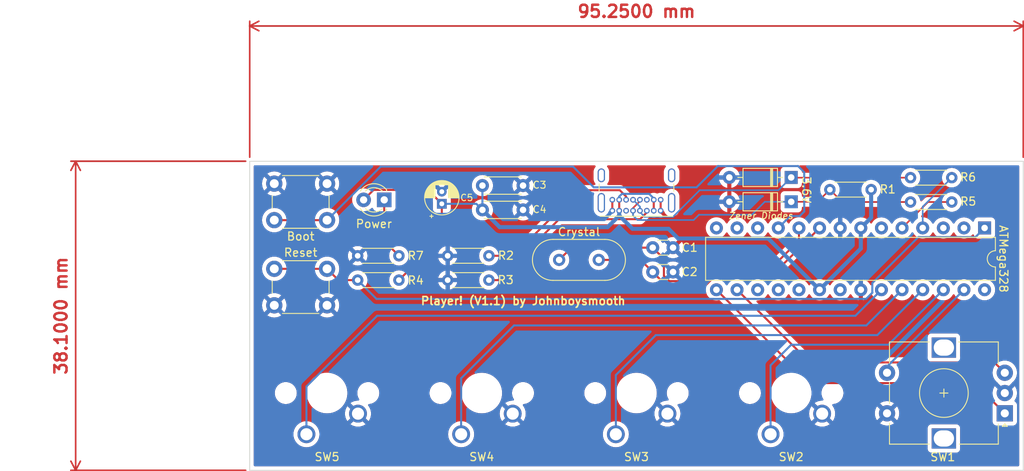
<source format=kicad_pcb>
(kicad_pcb (version 20211014) (generator pcbnew)
  (layers (0 "F.Cu" signal) (31 "B.Cu" signal) (34 "B.Paste" user) (35 "F.Paste" user) (36 "B.SilkS" user "B.Silkscreen") (37 "F.SilkS" user "F.Silkscreen") (38 "B.Mask" user) (39 "F.Mask" user) (44 "Edge.Cuts" user))
  (net 0 "")
  (net 1 "GND")
  (net 2 "+5V")
  (net 5 "/RST")
  (net 6 "D-")
  (net 7 "D+")
  (net 8 "SW1")
  (net 9 "SW2")
  (net 10 "ROTB")
  (net 11 "ROTA")
  (net 12 "SW3")
  (net 13 "SW4")
  (net 23 "SW5")
  (net 25 "/BOOT")
  (net 26 "/XTAL2")
  (net 27 "/XTAL1")
  (net 28 "/DP")
  (net 29 "/DN")
  (net 30 "/CC1")
  (net 31 "/CC2")
  (net 32 "/LED")
  (footprint "Keyboard Stuff:R_Axial_DIN0204_L3.6mm_D1.6mm_P5.08mm_Horizontal" (layer "F.Cu") (at 76.5175 3.5 180)
    (fp_text reference "R1" (at -2.0425 0.04 unlocked) (layer "F.SilkS"))
    (fp_text value "1.5K" hide)
    (fp_line (start 0.62 -0.92) (end 4.46 -0.92) (layer "F.SilkS") (width 0.12))
    (fp_line (start 0.62 0.92) (end 4.46 0.92) (layer "F.SilkS") (width 0.12))
    (pad "1" thru_hole circle (at 0 0 180) (size 1.4 1.4) (drill 0.7) (layers *.Cu *.Mask) (net 2 "+5V"))
    (pad "2" thru_hole oval (at 5.08 0 180) (size 1.4 1.4) (drill 0.7) (layers *.Cu *.Mask) (net 29 "/DN"))
  )
  (footprint "Keyboard Stuff:USB_C_Receptacle_GCT_USB4085" (layer "F.Cu") (at 50.6 6.1 180)
    (fp_text reference "J1" hide)
    (fp_text value "USB4085-GF-A_REVA4" hide)
    (fp_line (start 7.57 2.4) (end 7.57 3.3) (layer "F.SilkS") (width 0.12))
    (fp_line (start -1.5 -0.68) (end 7.45 -0.68) (layer "F.SilkS") (width 0.12))
    (fp_line (start -1.62 2.4) (end -1.62 3.3) (layer "F.SilkS") (width 0.12))
    (pad "A1" thru_hole circle (at 0 0 180) (size 0.7 0.7) (drill 0.4) (layers *.Cu *.Mask) (net 1 "GND"))
    (pad "A4" thru_hole circle (at 0.85 0 180) (size 0.7 0.7) (drill 0.4) (layers *.Cu *.Mask) (net 2 "+5V"))
    (pad "A5" thru_hole circle (at 1.7 0 180) (size 0.7 0.7) (drill 0.4) (layers *.Cu *.Mask) (net 30 "/CC1"))
    (pad "A6" thru_hole circle (at 2.55 0 180) (size 0.7 0.7) (drill 0.4) (layers *.Cu *.Mask) (net 28 "/DP"))
    (pad "A7" thru_hole circle (at 3.4 0 180) (size 0.7 0.7) (drill 0.4) (layers *.Cu *.Mask) (net 29 "/DN"))
    (pad "A8" thru_hole circle (at 4.25 0 180) (size 0.7 0.7) (drill 0.4) (layers *.Cu *.Mask))
    (pad "A9" thru_hole circle (at 5.1 0 180) (size 0.7 0.7) (drill 0.4) (layers *.Cu *.Mask) (net 2 "+5V"))
    (pad "A12" thru_hole circle (at 5.95 0 180) (size 0.7 0.7) (drill 0.4) (layers *.Cu *.Mask) (net 1 "GND"))
    (pad "B1" thru_hole circle (at 5.95 1.35 180) (size 0.7 0.7) (drill 0.4) (layers *.Cu *.Mask) (net 1 "GND"))
    (pad "B4" thru_hole circle (at 5.1 1.35 180) (size 0.7 0.7) (drill 0.4) (layers *.Cu *.Mask) (net 2 "+5V"))
    (pad "B5" thru_hole circle (at 4.25 1.35 180) (size 0.7 0.7) (drill 0.4) (layers *.Cu *.Mask) (net 31 "/CC2"))
    (pad "B6" thru_hole circle (at 3.4 1.35 180) (size 0.7 0.7) (drill 0.4) (layers *.Cu *.Mask) (net 28 "/DP"))
    (pad "B7" thru_hole circle (at 2.55 1.35 180) (size 0.7 0.7) (drill 0.4) (layers *.Cu *.Mask) (net 29 "/DN"))
    (pad "B8" thru_hole circle (at 1.7 1.35 180) (size 0.7 0.7) (drill 0.4) (layers *.Cu *.Mask))
    (pad "B9" thru_hole circle (at 0.85 1.35 180) (size 0.7 0.7) (drill 0.4) (layers *.Cu *.Mask) (net 2 "+5V"))
    (pad "B12" thru_hole circle (at 0 1.35 180) (size 0.7 0.7) (drill 0.4) (layers *.Cu *.Mask) (net 1 "GND"))
    (pad "S1" thru_hole oval (at -1.35 4.36 180) (size 0.9 1.7) (drill oval 0.6 1.4) (layers *.Cu *.Mask))
    (pad "S1" thru_hole oval (at 7.3 4.36 180) (size 0.9 1.7) (drill oval 0.6 1.4) (layers *.Cu *.Mask))
    (pad "S1" thru_hole oval (at 7.3 0.98 180) (size 0.9 2.4) (drill oval 0.6 2.1) (layers *.Cu *.Mask))
    (pad "S1" thru_hole oval (at -1.35 0.98 180) (size 0.9 2.4) (drill oval 0.6 2.1) (layers *.Cu *.Mask))
  )
  (footprint "Resistor_THT:R_Axial_DIN0204_L3.6mm_D1.6mm_P5.08mm_Horizontal" (layer "F.Cu") (at 81.3675 5.0275)
    (fp_text reference "R5" (at 7.1025 -0.0675 unlocked) (layer "F.SilkS"))
    (fp_text value "75" hide)
    (fp_line (start 0.62 0.92) (end 4.46 0.92) (layer "F.SilkS") (width 0.12))
    (fp_line (start 0.62 -0.92) (end 4.46 -0.92) (layer "F.SilkS") (width 0.12))
    (pad "1" thru_hole circle locked (at 0 0) (size 1.4 1.4) (drill 0.7) (layers *.Cu *.Mask) (net 29 "/DN"))
    (pad "2" thru_hole oval locked (at 5.08 0) (size 1.4 1.4) (drill 0.7) (layers *.Cu *.Mask) (net 6 "D-"))
  )
  (footprint "Keyboard Stuff:D_DO-35_SOD27_P7.62mm_Horizontal" (layer "F.Cu") (at 66.675 2 180)
    (fp_text reference "DN1" hide)
    (fp_text value "3.6V" hide)
    (fp_line (start 1.69 -1.12) (end 1.69 1.12) (layer "F.SilkS") (width 0.12))
    (fp_line (start 2.41 -1.12) (end 2.41 1.12) (layer "F.SilkS") (width 0.12))
    (fp_line (start 5.93 1.12) (end 5.93 -1.12) (layer "F.SilkS") (width 0.12))
    (fp_line (start 1.69 1.12) (end 5.93 1.12) (layer "F.SilkS") (width 0.12))
    (fp_line (start 1.04 0) (end 1.69 0) (layer "F.SilkS") (width 0.12))
    (fp_line (start 6.58 0) (end 5.93 0) (layer "F.SilkS") (width 0.12))
    (fp_line (start 5.93 -1.12) (end 1.69 -1.12) (layer "F.SilkS") (width 0.12))
    (fp_line (start 2.29 -1.12) (end 2.29 1.12) (layer "F.SilkS") (width 0.12))
    (fp_line (start 2.53 -1.12) (end 2.53 1.12) (layer "F.SilkS") (width 0.12))
    (pad "1" thru_hole rect (at 0 0 180) (size 1.6 1.6) (drill 0.8) (layers *.Cu *.Mask) (net 28 "/DP"))
    (pad "2" thru_hole oval (at 7.62 0 180) (size 1.6 1.6) (drill 0.8) (layers *.Cu *.Mask) (net 1 "GND"))
  )
  (footprint "Keyboard Stuff:R_Axial_DIN0204_L3.6mm_D1.6mm_P5.08mm_Horizontal" (layer "F.Cu") (at 18.375 14.655 180)
    (fp_text reference "R4" (at -2.065 -0.035 unlocked) (layer "F.SilkS"))
    (fp_text value "10K" hide)
    (fp_line (start 0.62 0.92) (end 4.46 0.92) (layer "F.SilkS") (width 0.12))
    (fp_line (start 0.62 -0.92) (end 4.46 -0.92) (layer "F.SilkS") (width 0.12))
    (pad "1" thru_hole circle locked (at 0 0 180) (size 1.4 1.4) (drill 0.7) (layers *.Cu *.Mask) (net 2 "+5V"))
    (pad "2" thru_hole oval locked (at 5.08 0 180) (size 1.4 1.4) (drill 0.7) (layers *.Cu *.Mask) (net 5 "/RST"))
  )
  (footprint "Keyboard Stuff:Crystal_HC49-4H_Vertical" (layer "F.Cu") (at 38.1 12.1625)
    (fp_text reference "Y1" hide)
    (fp_text value "Crystal" hide)
    (fp_text user "Crystal" (at 2.45 -3.4425 unlocked) (layer "F.SilkS"))
    (fp_line (start -0.76 2.525) (end 5.64 2.525) (layer "F.SilkS") (width 0.12))
    (fp_line (start -0.76 -2.525) (end 5.64 -2.525) (layer "F.SilkS") (width 0.12))
    (fp_arc (start -0.76 2.525) (mid -3.285 0) (end -0.76 -2.525) (layer "F.SilkS") (width 0.12))
    (fp_arc (start 5.64 -2.525) (mid 8.165 0) (end 5.64 2.525) (layer "F.SilkS") (width 0.12))
    (pad "1" thru_hole circle (at 0 0) (size 1.5 1.5) (drill 0.8) (layers *.Cu *.Mask) (net 26 "/XTAL2"))
    (pad "2" thru_hole circle (at 4.88 0) (size 1.5 1.5) (drill 0.8) (layers *.Cu *.Mask) (net 27 "/XTAL1"))
  )
  (footprint "Keyboard Stuff:R_Axial_DIN0204_L3.6mm_D1.6mm_P5.08mm_Horizontal" (layer "F.Cu") (at 81.3675 2.0275)
    (fp_text reference "R6" (at 7.0825 -0.0575 unlocked) (layer "F.SilkS"))
    (fp_text value "75" hide)
    (fp_line (start 0.62 -0.92) (end 4.46 -0.92) (layer "F.SilkS") (width 0.12))
    (fp_line (start 0.62 0.92) (end 4.46 0.92) (layer "F.SilkS") (width 0.12))
    (pad "1" thru_hole circle (at 0 0) (size 1.4 1.4) (drill 0.7) (layers *.Cu *.Mask) (net 28 "/DP"))
    (pad "2" thru_hole oval (at 5.08 0) (size 1.4 1.4) (drill 0.7) (layers *.Cu *.Mask) (net 7 "D+"))
  )
  (footprint "Keyboard Stuff:C_Disc_D4.3mm_W1.9mm_P5.00mm" (layer "F.Cu") (at 28.655 6)
    (fp_text reference "C4" hide)
    (fp_text value "0.1u" hide)
    (fp_text user "${REFERENCE}" (at 7.035 -0.06 unlocked) (layer "F.SilkS") (effects (font (size 0.86 0.86) (thickness 0.129))))
    (fp_line (start 0.23 -1.07) (end 4.77 -1.07) (layer "F.SilkS") (width 0.12))
    (fp_line (start 4.77 -1.07) (end 4.77 -1.055) (layer "F.SilkS") (width 0.12))
    (fp_line (start 4.77 1.055) (end 4.77 1.07) (layer "F.SilkS") (width 0.12))
    (fp_line (start 0.23 1.07) (end 4.77 1.07) (layer "F.SilkS") (width 0.12))
    (fp_line (start 0.23 1.055) (end 0.23 1.07) (layer "F.SilkS") (width 0.12))
    (fp_line (start 0.23 -1.07) (end 0.23 -1.055) (layer "F.SilkS") (width 0.12))
    (pad "1" thru_hole circle (at 0 0) (size 1.6 1.6) (drill 0.8) (layers *.Cu *.Mask) (net 2 "+5V"))
    (pad "2" thru_hole circle (at 5 0) (size 1.6 1.6) (drill 0.8) (layers *.Cu *.Mask) (net 1 "GND"))
  )
  (footprint "Keyboard Stuff:Player! 1u PCB" (layer "F.Cu") (at 26.035 33.655 180)
    (fp_text reference "SW4" hide)
    (fp_text value "SW_Push" hide)
    (fp_text user "${REFERENCE}" (at -2.54 -2.794 unlocked) (layer "F.SilkS"))
    (pad "" np_thru_hole circle (at 2.54 5.08 180) (size 1.7 1.7) (drill 1.7) (layers *.Cu *.Mask))
    (pad "" np_thru_hole circle (at -7.62 5.08 180) (size 1.7 1.7) (drill 1.7) (layers *.Cu *.Mask))
    (pad "" np_thru_hole circle (at -2.54 5.08 180) (size 4 4) (drill 4) (layers *.Cu *.Mask))
    (pad "1" thru_hole circle (at 0 0 180) (size 2.2 2.2) (drill 1.5) (layers *.Cu *.Mask) (net 13 "SW4"))
    (pad "2" thru_hole circle (at -6.35 2.54 180) (size 2.2 2.2) (drill 1.5) (layers *.Cu *.Mask) (net 1 "GND"))
  )
  (footprint "Keyboard Stuff:SW_PUSH_6mm" (layer "F.Cu") (at 9.525 7.2625 180)
    (fp_text reference "Boot" (at 3.25 -2 unlocked) (layer "F.SilkS"))
    (fp_text value "BOOT" hide)
    (fp_line (start -0.25 1.5) (end -0.25 3) (layer "F.SilkS") (width 0.12))
    (fp_line (start 6.75 3) (end 6.75 1.5) (layer "F.SilkS") (width 0.12))
    (fp_line (start 5.5 -1) (end 1 -1) (layer "F.SilkS") (width 0.12))
    (fp_line (start 1 5.5) (end 5.5 5.5) (layer "F.SilkS") (width 0.12))
    (pad "1" thru_hole circle (at 6.5 0 270) (size 2 2) (drill 1.1) (layers *.Cu *.Mask) (net 25 "/BOOT"))
    (pad "1" thru_hole circle (at 0 0 270) (size 2 2) (drill 1.1) (layers *.Cu *.Mask) (net 25 "/BOOT"))
    (pad "2" thru_hole circle (at 0 4.5 270) (size 2 2) (drill 1.1) (layers *.Cu *.Mask) (net 1 "GND"))
    (pad "2" thru_hole circle (at 6.5 4.5 270) (size 2 2) (drill 1.1) (layers *.Cu *.Mask) (net 1 "GND"))
  )
  (footprint "Keyboard Stuff:CP_Radial_D4.0mm_P1.50mm" (layer "F.Cu") (at 23.655 5.25 90)
    (fp_text reference "C5" hide)
    (fp_text value "4.7u" hide)
    (fp_text user "${REFERENCE}" (at 0.75 3.065 unlocked) (layer "F.SilkS") (effects (font (size 0.8 0.8) (thickness 0.12))))
    (fp_line (start 2.071 -1.619) (end 2.071 -0.84) (layer "F.SilkS") (width 0.12))
    (fp_line (start 2.231 0.84) (end 2.231 1.478) (layer "F.SilkS") (width 0.12))
    (fp_line (start 1.711 -1.851) (end 1.711 -0.84) (layer "F.SilkS") (width 0.12))
    (fp_line (start 2.271 -1.438) (end 2.271 -0.84) (layer "F.SilkS") (width 0.12))
    (fp_line (start 0.95 0.84) (end 0.95 2.071) (layer "F.SilkS") (width 0.12))
    (fp_line (start 2.031 0.84) (end 2.031 1.65) (layer "F.SilkS") (width 0.12))
    (fp_line (start 1.631 -1.889) (end 1.631 -0.84) (layer "F.SilkS") (width 0.12))
    (fp_line (start 1.831 0.84) (end 1.831 1.785) (layer "F.SilkS") (width 0.12))
    (fp_line (start 1.511 0.84) (end 1.511 1.94) (layer "F.SilkS") (width 0.12))
    (fp_line (start -1.724 -1.27) (end -1.324 -1.27) (layer "F.SilkS") (width 0.12))
    (fp_line (start 2.191 0.84) (end 2.191 1.516) (layer "F.SilkS") (width 0.12))
    (fp_line (start 1.751 0.84) (end 1.751 1.83) (layer "F.SilkS") (width 0.12))
    (fp_line (start 2.711 -0.768) (end 2.711 0.768) (layer "F.SilkS") (width 0.12))
    (fp_line (start 1.631 0.84) (end 1.631 1.889) (layer "F.SilkS") (width 0.12))
    (fp_line (start 1.35 0.84) (end 1.35 1.994) (layer "F.SilkS") (width 0.12))
    (fp_line (start 2.351 -1.351) (end 2.351 1.351) (layer "F.SilkS") (width 0.12))
    (fp_line (start 1.19 -2.034) (end 1.19 -0.84) (layer "F.SilkS") (width 0.12))
    (fp_line (start 1.15 -2.042) (end 1.15 -0.84) (layer "F.SilkS") (width 0.12))
    (fp_line (start 2.551 -1.08) (end 2.551 1.08) (layer "F.SilkS") (width 0.12))
    (fp_line (start 2.111 0.84) (end 2.111 1.587) (layer "F.SilkS") (width 0.12))
    (fp_line (start 1.831 -1.785) (end 1.831 -0.84) (layer "F.SilkS") (width 0.12))
    (fp_line (start 0.99 -2.067) (end 0.99 -0.84) (layer "F.SilkS") (width 0.12))
    (fp_line (start 2.631 -0.94) (end 2.631 0.94) (layer "F.SilkS") (width 0.12))
    (fp_line (start 1.19 0.84) (end 1.19 2.034) (layer "F.SilkS") (width 0.12))
    (fp_line (start 1.511 -1.94) (end 1.511 -0.84) (layer "F.SilkS") (width 0.12))
    (fp_line (start 1.39 0.84) (end 1.39 1.982) (layer "F.SilkS") (width 0.12))
    (fp_line (start 2.511 -1.142) (end 2.511 1.142) (layer "F.SilkS") (width 0.12))
    (fp_line (start 1.791 -1.808) (end 1.791 -0.84) (layer "F.SilkS") (width 0.12))
    (fp_line (start 1.07 -2.056) (end 1.07 -0.84) (layer "F.SilkS") (width 0.12))
    (fp_line (start 0.87 -2.077) (end 0.87 -0.84) (layer "F.SilkS") (width 0.12))
    (fp_line (start 1.471 -1.954) (end 1.471 -0.84) (layer "F.SilkS") (width 0.12))
    (fp_line (start 2.831 -0.37) (end 2.831 0.37) (layer "F.SilkS") (width 0.12))
    (fp_line (start 2.071 0.84) (end 2.071 1.619) (layer "F.SilkS") (width 0.12))
    (fp_line (start 2.151 -1.552) (end 2.151 -0.84) (layer "F.SilkS") (width 0.12))
    (fp_line (start 0.75 -2.08) (end 0.75 -0.84) (layer "F.SilkS") (width 0.12))
    (fp_line (start 2.791 -0.537) (end 2.791 0.537) (layer "F.SilkS") (width 0.12))
    (fp_line (start 1.31 0.84) (end 1.31 2.005) (layer "F.SilkS") (width 0.12))
    (fp_line (start 0.99 0.84) (end 0.99 2.067) (layer "F.SilkS") (width 0.12))
    (fp_line (start 1.551 -1.924) (end 1.551 -0.84) (layer "F.SilkS") (width 0.12))
    (fp_line (start 2.471 -1.2) (end 2.471 1.2) (layer "F.SilkS") (width 0.12))
    (fp_line (start 1.911 0.84) (end 1.911 1.735) (layer "F.SilkS") (width 0.12))
    (fp_line (start 1.23 -2.025) (end 1.23 -0.84) (layer "F.SilkS") (width 0.12))
    (fp_line (start 0.87 0.84) (end 0.87 2.077) (layer "F.SilkS") (width 0.12))
    (fp_line (start 1.951 0.84) (end 1.951 1.708) (layer "F.SilkS") (width 0.12))
    (fp_line (start 1.39 -1.982) (end 1.39 -0.84) (layer "F.SilkS") (width 0.12))
    (fp_line (start 0.91 0.84) (end 0.91 2.074) (layer "F.SilkS") (width 0.12))
    (fp_line (start 2.151 0.84) (end 2.151 1.552) (layer "F.SilkS") (width 0.12))
    (fp_line (start 2.031 -1.65) (end 2.031 -0.84) (layer "F.SilkS") (width 0.12))
    (fp_line (start 2.431 -1.254) (end 2.431 1.254) (layer "F.SilkS") (width 0.12))
    (fp_line (start 1.671 -1.87) (end 1.671 -0.84) (layer "F.SilkS") (width 0.12))
    (fp_line (start 2.591 -1.013) (end 2.591 1.013) (layer "F.SilkS") (width 0.12))
    (fp_line (start 1.871 0.84) (end 1.871 1.76) (layer "F.SilkS") (width 0.12))
    (fp_line (start 2.271 0.84) (end 2.271 1.438) (layer "F.SilkS") (width 0.12))
    (fp_line (start 2.751 -0.664) (end 2.751 0.664) (layer "F.SilkS") (width 0.12))
    (fp_line (start 1.671 0.84) (end 1.671 1.87) (layer "F.SilkS") (width 0.12))
    (fp_line (start 1.551 0.84) (end 1.551 1.924) (layer "F.SilkS") (width 0.12))
    (fp_line (start 0.83 0.84) (end 0.83 2.079) (layer "F.SilkS") (width 0.12))
    (fp_line (start 1.751 -1.83) (end 1.751 -0.84) (layer "F.SilkS") (width 0.12))
    (fp_line (start 0.79 -2.08) (end 0.79 -0.84) (layer "F.SilkS") (width 0.12))
    (fp_line (start 1.27 -2.016) (end 1.27 -0.84) (layer "F.SilkS") (width 0.12))
    (fp_line (start 1.27 0.84) (end 1.27 2.016) (layer "F.SilkS") (width 0.12))
    (fp_line (start 1.31 -2.005) (end 1.31 -0.84) (layer "F.SilkS") (width 0.12))
    (fp_line (start 2.231 -1.478) (end 2.231 -0.84) (layer "F.SilkS") (width 0.12))
    (fp_line (start 1.43 0.84) (end 1.43 1.968) (layer "F.SilkS") (width 0.12))
    (fp_line (start 2.671 -0.859) (end 2.671 0.859) (layer "F.SilkS") (width 0.12))
    (fp_line (start 1.11 -2.05) (end 1.11 -0.84) (layer "F.SilkS") (width 0.12))
    (fp_line (start 1.11 0.84) (end 1.11 2.05) (layer "F.SilkS") (width 0.12))
    (fp_line (start 1.951 -1.708) (end 1.951 -0.84) (layer "F.SilkS") (width 0.12))
    (fp_line (start 1.911 -1.735) (end 1.911 -0.84) (layer "F.SilkS") (width 0.12))
    (fp_line (start 2.391 -1.304) (end 2.391 1.304) (layer "F.SilkS") (width 0.12))
    (fp_line (start 2.311 -1.396) (end 2.311 -0.84) (layer "F.SilkS") (width 0.12))
    (fp_line (start 2.111 -1.587) (end 2.111 -0.84) (layer "F.SilkS") (width 0.12))
    (fp_line (start 1.35 -1.994) (end 1.35 -0.84) (layer "F.SilkS") (width 0.12))
    (fp_line (start 2.311 0.84) (end 2.311 1.396) (layer "F.SilkS") (width 0.12))
    (fp_line (start 1.03 0.84) (end 1.03 2.062) (layer "F.SilkS") (width 0.12))
    (fp_line (start 0.95 -2.071) (end 0.95 -0.84) (layer "F.SilkS") (width 0.12))
    (fp_line (start 0.75 0.84) (end 0.75 2.08) (layer "F.SilkS") (width 0.12))
    (fp_line (start 1.03 -2.062) (end 1.03 -0.84) (layer "F.SilkS") (width 0.12))
    (fp_line (start 0.91 -2.074) (end 0.91 -0.84) (layer "F.SilkS") (width 0.12))
    (fp_line (start 1.43 -1.968) (end 1.43 -0.84) (layer "F.SilkS") (width 0.12))
    (fp_line (start 1.591 -1.907) (end 1.591 -0.84) (layer "F.SilkS") (width 0.12))
    (fp_line (start 1.07 0.84) (end 1.07 2.056) (layer "F.SilkS") (width 0.12))
    (fp_line (start -1.524 -1.47) (end -1.524 -1.07) (layer "F.SilkS") (width 0.12))
    (fp_line (start 1.15 0.84) (end 1.15 2.042) (layer "F.SilkS") (width 0.12))
    (fp_line (start 1.991 -1.68) (end 1.991 -0.84) (layer "F.SilkS") (width 0.12))
    (fp_line (start 0.83 -2.079) (end 0.83 -0.84) (layer "F.SilkS") (width 0.12))
    (fp_line (start 1.991 0.84) (end 1.991 1.68) (layer "F.SilkS") (width 0.12))
    (fp_line (start 1.591 0.84) (end 1.591 1.907) (layer "F.SilkS") (width 0.12))
    (fp_line (start 1.871 -1.76) (end 1.871 -0.84) (layer "F.SilkS") (width 0.12))
    (fp_line (start 0.79 0.84) (end 0.79 2.08) (layer "F.SilkS") (width 0.12))
    (fp_line (start 1.791 0.84) (end 1.791 1.808) (layer "F.SilkS") (width 0.12))
    (fp_line (start 1.711 0.84) (end 1.711 1.851) (layer "F.SilkS") (width 0.12))
    (fp_line (start 2.191 -1.516) (end 2.191 -0.84) (layer "F.SilkS") (width 0.12))
    (fp_line (start 1.471 0.84) (end 1.471 1.954) (layer "F.SilkS") (width 0.12))
    (fp_line (start 1.23 0.84) (end 1.23 2.025) (layer "F.SilkS") (width 0.12))
    (fp_circle (center 0.75 0) (end 2.87 0) (layer "F.SilkS") (width 0.12) (fill none))
    (pad "1" thru_hole rect (at 0 0 90) (size 1.2 1.2) (drill 0.6) (layers *.Cu *.Mask) (net 2 "+5V"))
    (pad "2" thru_hole circle (at 1.5 0 90) (size 1.2 1.2) (drill 0.6) (layers *.Cu *.Mask) (net 1 "GND"))
  )
  (footprint "Keyboard Stuff:R_Axial_DIN0204_L3.6mm_D1.6mm_P5.08mm_Horizontal" (layer "F.Cu") (at 29.455 11.655 180)
    (fp_text reference "R2" (at -2.095 0.025 unlocked) (layer "F.SilkS"))
    (fp_text value "5.1k" hide)
    (fp_line (start 0.62 -0.92) (end 4.46 -0.92) (layer "F.SilkS") (width 0.12))
    (fp_line (start 0.62 0.92) (end 4.46 0.92) (layer "F.SilkS") (width 0.12))
    (pad "1" thru_hole circle (at 0 0 180) (size 1.4 1.4) (drill 0.7) (layers *.Cu *.Mask) (net 31 "/CC2"))
    (pad "2" thru_hole oval (at 5.08 0 180) (size 1.4 1.4) (drill 0.7) (layers *.Cu *.Mask) (net 1 "GND"))
  )
  (footprint "Keyboard Stuff:SW_PUSH_6mm" (layer "F.Cu") (at 3.025 13.2625)
    (fp_text reference "Reset" (at 3.25 -2 unlocked) (layer "F.SilkS"))
    (fp_text value "RESET" hide)
    (fp_line (start 6.75 3) (end 6.75 1.5) (layer "F.SilkS") (width 0.12))
    (fp_line (start 1 5.5) (end 5.5 5.5) (layer "F.SilkS") (width 0.12))
    (fp_line (start 5.5 -1) (end 1 -1) (layer "F.SilkS") (width 0.12))
    (fp_line (start -0.25 1.5) (end -0.25 3) (layer "F.SilkS") (width 0.12))
    (pad "1" thru_hole circle (at 6.5 0 90) (size 2 2) (drill 1.1) (layers *.Cu *.Mask) (net 5 "/RST"))
    (pad "1" thru_hole circle (at 0 0 90) (size 2 2) (drill 1.1) (layers *.Cu *.Mask) (net 5 "/RST"))
    (pad "2" thru_hole circle (at 6.5 4.5 90) (size 2 2) (drill 1.1) (layers *.Cu *.Mask) (net 1 "GND"))
    (pad "2" thru_hole circle (at 0 4.5 90) (size 2 2) (drill 1.1) (layers *.Cu *.Mask) (net 1 "GND"))
  )
  (footprint "Keyboard Stuff:ATmega328p DIP-28" (layer "F.Cu") (at 90.4875 8.225 -90)
    (fp_text reference "ATMega328" (at 3.81 -2.33 -90 unlocked) (layer "F.SilkS"))
    (fp_text value "ATmega328P-P" hide)
    (fp_line (start 6.46 -1.33) (end 4.81 -1.33) (layer "F.SilkS") (width 0.12))
    (fp_line (start 2.81 -1.33) (end 1.16 -1.33) (layer "F.SilkS") (width 0.12))
    (fp_line (start 6.46 34.35) (end 6.46 -1.33) (layer "F.SilkS") (width 0.12))
    (fp_line (start 1.16 34.35) (end 6.46 34.35) (layer "F.SilkS") (width 0.12))
    (fp_line (start 1.16 -1.33) (end 1.16 34.35) (layer "F.SilkS") (width 0.12))
    (fp_arc (start 4.81 -1.33) (mid 3.81 -0.33) (end 2.81 -1.33) (layer "F.SilkS") (width 0.12))
    (pad "1" thru_hole rect (at 0 0 270) (size 1.6 1.6) (drill 0.8) (layers *.Cu *.Mask) (net 5 "/RST"))
    (pad "2" thru_hole oval (at 0 2.54 270) (size 1.6 1.6) (drill 0.8) (layers *.Cu *.Mask))
    (pad "3" thru_hole oval (at 0 5.08 270) (size 1.6 1.6) (drill 0.8) (layers *.Cu *.Mask))
    (pad "4" thru_hole oval (at 0 7.62 270) (size 1.6 1.6) (drill 0.8) (layers *.Cu *.Mask) (net 7 "D+"))
    (pad "5" thru_hole oval (at 0 10.16 270) (size 1.6 1.6) (drill 0.8) (layers *.Cu *.Mask) (net 6 "D-"))
    (pad "6" thru_hole oval (at 0 12.7 270) (size 1.6 1.6) (drill 0.8) (layers *.Cu *.Mask))
    (pad "7" thru_hole oval (at 0 15.24 270) (size 1.6 1.6) (drill 0.8) (layers *.Cu *.Mask) (net 2 "+5V"))
    (pad "8" thru_hole oval (at 0 17.78 270) (size 1.6 1.6) (drill 0.8) (layers *.Cu *.Mask) (net 1 "GND"))
    (pad "9" thru_hole oval (at 0 20.32 270) (size 1.6 1.6) (drill 0.8) (layers *.Cu *.Mask) (net 27 "/XTAL1"))
    (pad "10" thru_hole oval (at 0 22.86 270) (size 1.6 1.6) (drill 0.8) (layers *.Cu *.Mask) (net 26 "/XTAL2"))
    (pad "11" thru_hole oval (at 0 25.4 270) (size 1.6 1.6) (drill 0.8) (layers *.Cu *.Mask) (net 25 "/BOOT"))
    (pad "12" thru_hole oval (at 0 27.94 270) (size 1.6 1.6) (drill 0.8) (layers *.Cu *.Mask))
    (pad "13" thru_hole oval (at 0 30.48 270) (size 1.6 1.6) (drill 0.8) (layers *.Cu *.Mask))
    (pad "14" thru_hole oval (at 0 33.02 270) (size 1.6 1.6) (drill 0.8) (layers *.Cu *.Mask))
    (pad "15" thru_hole oval (at 7.62 33.02 270) (size 1.6 1.6) (drill 0.8) (layers *.Cu *.Mask) (net 11 "ROTA"))
    (pad "16" thru_hole oval (at 7.62 30.48 270) (size 1.6 1.6) (drill 0.8) (layers *.Cu *.Mask) (net 10 "ROTB"))
    (pad "17" thru_hole oval (at 7.62 27.94 270) (size 1.6 1.6) (drill 0.8) (layers *.Cu *.Mask))
    (pad "18" thru_hole oval (at 7.62 25.4 270) (size 1.6 1.6) (drill 0.8) (layers *.Cu *.Mask))
    (pad "19" thru_hole oval (at 7.62 22.86 270) (size 1.6 1.6) (drill 0.8) (layers *.Cu *.Mask))
    (pad "20" thru_hole oval (at 7.62 20.32 270) (size 1.6 1.6) (drill 0.8) (layers *.Cu *.Mask) (net 2 "+5V"))
    (pad "21" thru_hole oval (at 7.62 17.78 270) (size 1.6 1.6) (drill 0.8) (layers *.Cu *.Mask))
    (pad "22" thru_hole oval (at 7.62 15.24 270) (size 1.6 1.6) (drill 0.8) (layers *.Cu *.Mask) (net 1 "GND"))
    (pad "23" thru_hole oval (at 7.62 12.7 270) (size 1.6 1.6) (drill 0.8) (layers *.Cu *.Mask) (net 23 "SW5"))
    (pad "24" thru_hole oval (at 7.62 10.16 270) (size 1.6 1.6) (drill 0.8) (layers *.Cu *.Mask) (net 13 "SW4"))
    (pad "25" thru_hole oval (at 7.62 7.62 270) (size 1.6 1.6) (drill 0.8) (layers *.Cu *.Mask) (net 12 "SW3"))
    (pad "26" thru_hole oval (at 7.62 5.08 270) (size 1.6 1.6) (drill 0.8) (layers *.Cu *.Mask) (net 9 "SW2"))
    (pad "27" thru_hole oval (at 7.62 2.54 270) (size 1.6 1.6) (drill 0.8) (layers *.Cu *.Mask) (net 8 "SW1"))
    (pad "28" thru_hole oval (at 7.62 0 270) (size 1.6 1.6) (drill 0.8) (layers *.Cu *.Mask))
  )
  (footprint "Keyboard Stuff:C_Disc_D3.0mm_W1.6mm_P2.50mm" (layer "F.Cu") (at 49.625 13.655)
    (fp_text reference "C2" (at 4.545 -0.015 unlocked) (layer "F.SilkS"))
    (fp_text value "22p" hide)
    (fp_line (start 0.621 0.92) (end 1.879 0.92) (layer "F.SilkS") (width 0.12))
    (fp_line (start 0.621 -0.92) (end 1.879 -0.92) (layer "F.SilkS") (width 0.12))
    (pad "1" thru_hole circle locked (at 0 0) (size 1.6 1.6) (drill 0.8) (layers *.Cu *.Mask) (net 27 "/XTAL1"))
    (pad "2" thru_hole circle locked (at 2.5 0) (size 1.6 1.6) (drill 0.8) (layers *.Cu *.Mask) (net 1 "GND"))
  )
  (footprint "Keyboard Stuff:C_Disc_D4.3mm_W1.9mm_P5.00mm" (layer "F.Cu") (at 28.655 3)
    (fp_text reference "C3" hide)
    (fp_text value "0.1u" hide)
    (fp_text user "${REFERENCE}" (at 7.035 -0.07 unlocked) (layer "F.SilkS") (effects (font (size 0.86 0.86) (thickness 0.129))))
    (fp_line (start 0.23 1.07) (end 4.77 1.07) (layer "F.SilkS") (width 0.12))
    (fp_line (start 4.77 -1.07) (end 4.77 -1.055) (layer "F.SilkS") (width 0.12))
    (fp_line (start 0.23 1.055) (end 0.23 1.07) (layer "F.SilkS") (width 0.12))
    (fp_line (start 0.23 -1.07) (end 4.77 -1.07) (layer "F.SilkS") (width 0.12))
    (fp_line (start 4.77 1.055) (end 4.77 1.07) (layer "F.SilkS") (width 0.12))
    (fp_line (start 0.23 -1.07) (end 0.23 -1.055) (layer "F.SilkS") (width 0.12))
    (pad "1" thru_hole circle (at 0 0) (size 1.6 1.6) (drill 0.8) (layers *.Cu *.Mask) (net 2 "+5V"))
    (pad "2" thru_hole circle (at 5 0) (size 1.6 1.6) (drill 0.8) (layers *.Cu *.Mask) (net 1 "GND"))
  )
  (footprint "Keyboard Stuff:D_DO-35_SOD27_P7.62mm_Horizontal" (layer "F.Cu") (at 66.678064 5 180)
    (fp_text reference "DP1" hide)
    (fp_text value "3.6V" hide)
    (fp_line (start 2.29 -1.12) (end 2.29 1.12) (layer "F.SilkS") (width 0.12))
    (fp_line (start 5.93 -1.12) (end 1.69 -1.12) (layer "F.SilkS") (width 0.12))
    (fp_line (start 1.69 1.12) (end 5.93 1.12) (layer "F.SilkS") (width 0.12))
    (fp_line (start 5.93 1.12) (end 5.93 -1.12) (layer "F.SilkS") (width 0.12))
    (fp_line (start 2.53 -1.12) (end 2.53 1.12) (layer "F.SilkS") (width 0.12))
    (fp_line (start 2.41 -1.12) (end 2.41 1.12) (layer "F.SilkS") (width 0.12))
    (fp_line (start 1.04 0) (end 1.69 0) (layer "F.SilkS") (width 0.12))
    (fp_line (start 1.69 -1.12) (end 1.69 1.12) (layer "F.SilkS") (width 0.12))
    (fp_line (start 6.58 0) (end 5.93 0) (layer "F.SilkS") (width 0.12))
    (pad "1" thru_hole rect (at 0 0 180) (size 1.6 1.6) (drill 0.8) (layers *.Cu *.Mask) (net 29 "/DN"))
    (pad "2" thru_hole oval (at 7.62 0 180) (size 1.6 1.6) (drill 0.8) (layers *.Cu *.Mask) (net 1 "GND"))
  )
  (footprint "Keyboard Stuff:LED_D3.0mm" (layer "F.Cu") (at 16.565 4.7625 180)
    (fp_text reference "Power" (at 1.27 -2.96 unlocked) (layer "F.SilkS"))
    (fp_text value "POWERLED" hide)
    (fp_line (start -0.29 1.08) (end -0.29 1.236) (layer "F.SilkS") (width 0.12))
    (fp_line (start -0.29 -1.236) (end -0.29 -1.08) (layer "F.SilkS") (width 0.12))
    (fp_arc (start 2.942335 1.078608) (mid 1.366487 1.987659) (end -0.29 1.235516) (layer "F.SilkS") (width 0.12))
    (fp_arc (start -0.29 -1.235516) (mid 1.366487 -1.987659) (end 2.942335 -1.078608) (layer "F.SilkS") (width 0.12))
    (fp_arc (start 2.31113 1.079837) (mid 1.270117 1.5) (end 0.229039 1.08) (layer "F.SilkS") (width 0.12))
    (fp_arc (start 0.229039 -1.08) (mid 1.270117 -1.5) (end 2.31113 -1.079837) (layer "F.SilkS") (width 0.12))
    (pad "1" thru_hole rect (at 0 0 180) (size 1.8 1.8) (drill 0.9) (layers *.Cu *.Mask) (net 32 "/LED"))
    (pad "2" thru_hole circle (at 2.54 0 180) (size 1.8 1.8) (drill 0.9) (layers *.Cu *.Mask) (net 2 "+5V"))
  )
  (footprint "Keyboard Stuff:R_Axial_DIN0204_L3.6mm_D1.6mm_P5.08mm_Horizontal" (layer "F.Cu") (at 13.295 11.655)
    (fp_text reference "R7" (at 7.145 -0.005 unlocked) (layer "F.SilkS"))
    (fp_text value "1.5k" hide)
    (fp_line (start 0.62 0.92) (end 4.46 0.92) (layer "F.SilkS") (width 0.12))
    (fp_line (start 0.62 -0.92) (end 4.46 -0.92) (layer "F.SilkS") (width 0.12))
    (pad "1" thru_hole circle (at 0 0) (size 1.4 1.4) (drill 0.7) (layers *.Cu *.Mask) (net 1 "GND"))
    (pad "2" thru_hole oval (at 5.08 0) (size 1.4 1.4) (drill 0.7) (layers *.Cu *.Mask) (net 32 "/LED"))
  )
  (footprint "Keyboard Stuff:Player! 1u PCB" (layer "F.Cu") (at 45.085 33.655 180)
    (fp_text reference "SW3" hide)
    (fp_text value "SW_Push" hide)
    (fp_text user "${REFERENCE}" (at -2.54 -2.794 unlocked) (layer "F.SilkS"))
    (pad "" np_thru_hole circle (at -7.62 5.08 180) (size 1.7 1.7) (drill 1.7) (layers *.Cu *.Mask))
    (pad "" np_thru_hole circle (at -2.54 5.08 180) (size 4 4) (drill 4) (layers *.Cu *.Mask))
    (pad "" np_thru_hole circle (at 2.54 5.08 180) (size 1.7 1.7) (drill 1.7) (layers *.Cu *.Mask))
    (pad "1" thru_hole circle (at 0 0 180) (size 2.2 2.2) (drill 1.5) (layers *.Cu *.Mask) (net 12 "SW3"))
    (pad "2" thru_hole circle (at -6.35 2.54 180) (size 2.2 2.2) (drill 1.5) (layers *.Cu *.Mask) (net 1 "GND"))
  )
  (footprint "Keyboard Stuff:RotaryEncoder_Alps_EC12E-Switch_Vertical_H20mm" (layer "F.Cu") (at 92.975 31.075 180)
    (fp_text reference "SW1" (at 7.635 -5.385) (layer "F.SilkS"))
    (fp_text value "RotaryEncoder_Switch" hide)
    (fp_line (start 0.8 -3.8) (end 0.8 -1.3) (layer "F.SilkS") (width 0.12))
    (fp_line (start 14.2 -3.8) (end 14.2 -1.2) (layer "F.SilkS") (width 0.12))
    (fp_line (start -0.3 -1.6) (end 0.3 -1.6) (layer "F.SilkS") (width 0.12))
    (fp_line (start 0 -1.3) (end -0.3 -1.6) (layer "F.SilkS") (width 0.12))
    (fp_line (start 0.8 8.8) (end 0.8 6) (layer "F.SilkS") (width 0.12))
    (fp_line (start 14.2 6.2) (end 14.2 8.8) (layer "F.SilkS") (width 0.12))
    (fp_line (start 14.2 1.2) (end 14.2 3.8) (layer "F.SilkS") (width 0.12))
    (fp_line (start 7.5 2) (end 7.5 3) (layer "F.SilkS") (width 0.12))
    (fp_line (start 14.2 8.8) (end 9.3 8.8) (layer "F.SilkS") (width 0.12))
    (fp_line (start 7 2.5) (end 8 2.5) (layer "F.SilkS") (width 0.12))
    (fp_line (start 5.7 8.8) (end 0.8 8.8) (layer "F.SilkS") (width 0.12))
    (fp_line (start 0.3 -1.6) (end 0 -1.3) (layer "F.SilkS") (width 0.12))
    (fp_line (start 9.3 -3.8) (end 14.2 -3.8) (layer "F.SilkS") (width 0.12))
    (fp_line (start 5.6 -3.8) (end 0.8 -3.8) (layer "F.SilkS") (width 0.12))
    (fp_circle (center 7.5 2.5) (end 10.5 2.5) (layer "F.SilkS") (width 0.12) (fill none))
    (pad "A" thru_hole rect (at 0 0 180) (size 2 2) (drill 1) (layers *.Cu *.Mask) (net 11 "ROTA"))
    (pad "B" thru_hole circle (at 0 5 180) (size 2 2) (drill 1) (layers *.Cu *.Mask) (net 10 "ROTB"))
    (pad "C" thru_hole circle (at 0 2.5 180) (size 2 2) (drill 1) (layers *.Cu *.Mask) (net 1 "GND"))
    (pad "MP" thru_hole rect (at 7.5 -3.1 180) (size 3 2.5) (drill oval 2.5 2) (layers *.Cu *.Mask))
    (pad "MP" thru_hole rect (at 7.5 8.1 180) (size 3 2.5) (drill oval 2.5 2) (layers *.Cu *.Mask))
    (pad "S1" thru_hole circle (at 14.5 0 180) (size 2 2) (drill 1) (layers *.Cu *.Mask) (net 1 "GND"))
    (pad "S2" thru_hole circle (at 14.5 5 180) (size 2 2) (drill 1) (layers *.Cu *.Mask) (net 8 "SW1"))
  )
  (footprint "Keyboard Stuff:Player! 1u PCB" (layer "F.Cu") (at 6.985 33.655 180)
    (fp_text reference "SW5" hide)
    (fp_text value "SW_Push" hide)
    (fp_text user "${REFERENCE}" (at -2.54 -2.794 unlocked) (layer "F.SilkS"))
    (pad "" np_thru_hole circle (at -2.54 5.08 180) (size 4 4) (drill 4) (layers *.Cu *.Mask))
    (pad "" np_thru_hole circle (at -7.62 5.08 180) (size 1.7 1.7) (drill 1.7) (layers *.Cu *.Mask))
    (pad "" np_thru_hole circle (at 2.54 5.08 180) (size 1.7 1.7) (drill 1.7) (layers *.Cu *.Mask))
    (pad "1" thru_hole circle (at 0 0 180) (size 2.2 2.2) (drill 1.5) (layers *.Cu *.Mask) (net 23 "SW5"))
    (pad "2" thru_hole circle (at -6.35 2.54 180) (size 2.2 2.2) (drill 1.5) (layers *.Cu *.Mask) (net 1 "GND"))
  )
  (footprint "Keyboard Stuff:C_Disc_D3.0mm_W1.6mm_P2.50mm" (layer "F.Cu") (at 49.625 10.655)
    (fp_text reference "C1" (at 4.555 -0.005 unlocked) (layer "F.SilkS"))
    (fp_text value "22p" hide)
    (fp_line (start 0.621 0.92) (end 1.879 0.92) (layer "F.SilkS") (width 0.12))
    (fp_line (start 0.621 -0.92) (end 1.879 -0.92) (layer "F.SilkS") (width 0.12))
    (pad "1" thru_hole circle (at 0 0) (size 1.6 1.6) (drill 0.8) (layers *.Cu *.Mask) (net 26 "/XTAL2"))
    (pad "2" thru_hole circle (at 2.5 0) (size 1.6 1.6) (drill 0.8) (layers *.Cu *.Mask) (net 1 "GND"))
  )
  (footprint "Keyboard Stuff:R_Axial_DIN0204_L3.6mm_D1.6mm_P5.08mm_Horizontal" (layer "F.Cu") (at 29.455 14.655 180)
    (fp_text reference "R3" (at -2.065 0.015 unlocked) (layer "F.SilkS"))
    (fp_text value "5.1k" hide)
    (fp_line (start 0.62 -0.92) (end 4.46 -0.92) (layer "F.SilkS") (width 0.12))
    (fp_line (start 0.62 0.92) (end 4.46 0.92) (layer "F.SilkS") (width 0.12))
    (pad "1" thru_hole circle (at 0 0 180) (size 1.4 1.4) (drill 0.7) (layers *.Cu *.Mask) (net 30 "/CC1"))
    (pad "2" thru_hole oval (at 5.08 0 180) (size 1.4 1.4) (drill 0.7) (layers *.Cu *.Mask) (net 1 "GND"))
  )
  (footprint "Keyboard Stuff:Player! 1u PCB" (layer "F.Cu") (at 64.135 33.655 180)
    (fp_text reference "SW2" hide)
    (fp_text value "SW_Push" hide)
    (fp_text user "${REFERENCE}" (at -2.54 -2.794 unlocked) (layer "F.SilkS"))
    (pad "" np_thru_hole circle (at 2.54 5.08 180) (size 1.7 1.7) (drill 1.7) (layers *.Cu *.Mask))
    (pad "" np_thru_hole circle (at -2.54 5.08 180) (size 4 4) (drill 4) (layers *.Cu *.Mask))
    (pad "" np_thru_hole circle (at -7.62 5.08 180) (size 1.7 1.7) (drill 1.7) (layers *.Cu *.Mask))
    (pad "1" thru_hole circle (at 0 0 180) (size 2.2 2.2) (drill 1.5) (layers *.Cu *.Mask) (net 9 "SW2"))
    (pad "2" thru_hole circle (at -6.35 2.54 180) (size 2.2 2.2) (drill 1.5) (layers *.Cu *.Mask) (net 1 "GND"))
  )
  (gr_line (start 0 38.1) (end 0 0) (layer "Edge.Cuts") (width 0.1))
  (gr_line (start 95.25 38.1) (end 95.25 0) (layer "Edge.Cuts") (width 0.1))
  (gr_line (start 0 0) (end 95.25 0) (layer "Edge.Cuts") (width 0.1))
  (gr_line (start 0 38.1) (end 95.25 38.1) (layer "Edge.Cuts") (width 0.1))
  (gr_text "3.6V" (at 68.55 3.53 270) (layer "F.SilkS") (effects (font (size 1 1))))
  (gr_text "Player! (V1.1) by Johnboysmooth" (at 33.67 17.22) (layer "F.SilkS") (effects (font (size 1 1) (thickness 0.2))))
  (gr_text "Zener Diodes" (at 62.95 6.73) (layer "F.SilkS") (effects (font (size 0.8 0.8) (thickness 0.125) italic)))
  (dimension (type aligned) (layer "F.Cu") (pts (xy 95.25 0) (xy 0 0)) (height 16.668749) (gr_text "95.2500 mm" (at 47.625 -18.468749) (layer "F.Cu") (effects (font (size 1.5 1.5) (thickness 0.3)))) (format (units 3) (units_format 1) (precision 4)) (style (thickness 0.2) (arrow_length 1.27) (text_position_mode 0) (extension_height 0.58642) (extension_offset 0.5) keep_text_aligned))
  (dimension (type aligned) (layer "F.Cu") (pts (xy 0 38.1) (xy 0 0)) (height -21.43125) (gr_text "38.1000 mm" (at -23.23125 19.05 90) (layer "F.Cu") (effects (font (size 1.5 1.5) (thickness 0.3)))) (format (units 3) (units_format 1) (precision 4)) (style (thickness 0.2) (arrow_length 1.27) (text_position_mode 0) (extension_height 0.58642) (extension_offset 0.5) keep_text_aligned))
  (segment (start 50.6 6.2) (end 50.6 4.85) (width 0.25) (layer "F.Cu") (net 1))
  (segment (start 44.65 6.2) (end 44.65 4.85) (width 0.25) (layer "F.Cu") (net 1))
  (segment (start 45.5 4.85) (end 45.5 6.2) (width 0.25) (layer "F.Cu") (net 2))
  (segment (start 21.942989 3.537989) (end 23.655 5.25) (width 0.25) (layer "F.Cu") (net 2))
  (segment (start 23.655 5.25) (end 23.655 9.375) (width 0.25) (layer "F.Cu") (net 2))
  (segment (start 49.75 4.85) (end 49.75 6.2) (width 0.25) (layer "F.Cu") (net 2))
  (segment (start 15.249511 3.537989) (end 21.942989 3.537989) (width 0.25) (layer "F.Cu") (net 2))
  (segment (start 14.025 4.7625) (end 15.249511 3.537989) (width 0.25) (layer "F.Cu") (net 2))
  (segment (start 23.655 9.375) (end 18.375 14.655) (width 0.25) (layer "F.Cu") (net 2))
  (segment (start 70.1675 15.845) (end 63.8475 9.525) (width 0.5) (layer "B.Cu") (net 2))
  (segment (start 47.139401 8.334375) (end 45.5 6.694974) (width 0.5) (layer "B.Cu") (net 2))
  (segment (start 45.5 6.694974) (end 45.5 6.2) (width 0.5) (layer "B.Cu") (net 2))
  (segment (start 51.571451 8.334375) (end 47.139401 8.334375) (width 0.5) (layer "B.Cu") (net 2))
  (segment (start 30.777299 8.122299) (end 28.655 6) (width 0.5) (layer "B.Cu") (net 2))
  (segment (start 27.905 5.25) (end 28.655 6) (width 0.25) (layer "B.Cu") (net 2))
  (segment (start 45.833631 4.021395) (end 49.184384 4.021395) (width 0.25) (layer "B.Cu") (net 2))
  (segment (start 49.75 4.587011) (end 49.75 4.85) (width 0.25) (layer "B.Cu") (net 2))
  (segment (start 63.8475 9.525) (end 52.762076 9.525) (width 0.5) (layer "B.Cu") (net 2))
  (segment (start 45.5 6.694974) (end 44.072675 8.122299) (width 0.5) (layer "B.Cu") (net 2))
  (segment (start 75.2475 8.225) (end 75.2475 10.765) (width 0.5) (layer "B.Cu") (net 2))
  (segment (start 23.655 5.25) (end 27.905 5.25) (width 0.25) (layer "B.Cu") (net 2))
  (segment (start 52.762076 9.525) (end 51.571451 8.334375) (width 0.5) (layer "B.Cu") (net 2))
  (segment (start 45.5 4.85) (end 45.5 4.355026) (width 0.25) (layer "B.Cu") (net 2))
  (segment (start 45.5 4.355026) (end 45.833631 4.021395) (width 0.25) (layer "B.Cu") (net 2))
  (segment (start 76.5175 6.955) (end 75.2475 8.225) (width 0.5) (layer "B.Cu") (net 2))
  (segment (start 76.5175 3.5) (end 76.5175 6.955) (width 0.5) (layer "B.Cu") (net 2))
  (segment (start 49.184384 4.021395) (end 49.75 4.587011) (width 0.25) (layer "B.Cu") (net 2))
  (segment (start 75.2475 10.765) (end 70.1675 15.845) (width 0.5) (layer "B.Cu") (net 2))
  (segment (start 28.655 3) (end 28.655 6) (width 0.25) (layer "B.Cu") (net 2))
  (segment (start 44.072675 8.122299) (end 30.777299 8.122299) (width 0.5) (layer "B.Cu") (net 2))
  (segment (start 9.525 13.2625) (end 3.025 13.2625) (width 0.25) (layer "F.Cu") (net 5))
  (segment (start 9.525 13.2625) (end 10.9175 14.655) (width 0.25) (layer "F.Cu") (net 5))
  (segment (start 10.9175 14.655) (end 13.295 14.655) (width 0.25) (layer "F.Cu") (net 5))
  (segment (start 13.295 14.655) (end 15.609511 16.969511) (width 0.25) (layer "B.Cu") (net 5))
  (segment (start 89.362989 9.349511) (end 90.4875 8.225) (width 0.25) (layer "B.Cu") (net 5))
  (segment (start 82.328614 9.349511) (end 89.362989 9.349511) (width 0.25) (layer "B.Cu") (net 5))
  (segment (start 76.662989 15.015136) (end 82.328614 9.349511) (width 0.25) (layer "B.Cu") (net 5))
  (segment (start 76.662989 16.205761) (end 76.662989 15.015136) (width 0.25) (layer "B.Cu") (net 5))
  (segment (start 15.609511 16.969511) (end 75.899239 16.969511) (width 0.25) (layer "B.Cu") (net 5))
  (segment (start 75.899239 16.969511) (end 76.662989 16.205761) (width 0.25) (layer "B.Cu") (net 5))
  (segment (start 83.525 5.0275) (end 80.3275 8.225) (width 0.2) (layer "F.Cu") (net 6))
  (segment (start 86.4475 5.0275) (end 83.525 5.0275) (width 0.2) (layer "F.Cu") (net 6))
  (segment (start 82.8675 8.225) (end 82.8675 5.6075) (width 0.2) (layer "B.Cu") (net 7))
  (segment (start 82.8675 5.6075) (end 86.4475 2.0275) (width 0.2) (layer "B.Cu") (net 7))
  (segment (start 78.475 25.3175) (end 78.475 26.075) (width 0.25) (layer "B.Cu") (net 8))
  (segment (start 87.9475 15.845) (end 78.475 25.3175) (width 0.25) (layer "B.Cu") (net 8))
  (segment (start 64.135 25.161875) (end 64.135 33.655) (width 0.25) (layer "B.Cu") (net 9))
  (segment (start 78.630625 22.621875) (end 66.675 22.621875) (width 0.25) (layer "B.Cu") (net 9))
  (segment (start 66.675 22.621875) (end 64.135 25.161875) (width 0.25) (layer "B.Cu") (net 9))
  (segment (start 85.4075 15.845) (end 78.630625 22.621875) (width 0.25) (layer "B.Cu") (net 9))
  (segment (start 68.962989 24.800489) (end 60.0075 15.845) (width 0.25) (layer "F.Cu") (net 10))
  (segment (start 91.700489 24.800489) (end 68.962989 24.800489) (width 0.25) (layer "F.Cu") (net 10))
  (segment (start 92.975 26.075) (end 91.700489 24.800489) (width 0.25) (layer "F.Cu") (net 10))
  (segment (start 67.822979 26.200479) (end 57.4675 15.845) (width 0.25) (layer "F.Cu") (net 11))
  (segment (start 89.250479 27.350479) (end 70.280771 27.350479) (width 0.25) (layer "F.Cu") (net 11))
  (segment (start 69.130771 26.200479) (end 67.822979 26.200479) (width 0.25) (layer "F.Cu") (net 11))
  (segment (start 70.280771 27.350479) (end 69.130771 26.200479) (width 0.25) (layer "F.Cu") (net 11))
  (segment (start 92.975 31.075) (end 89.250479 27.350479) (width 0.25) (layer "F.Cu") (net 11))
  (segment (start 45.085 33.655) (end 45.085 26.3525) (width 0.25) (layer "B.Cu") (net 12))
  (segment (start 45.085 26.3525) (end 50.00625 21.43125) (width 0.25) (layer "B.Cu") (net 12))
  (segment (start 50.00625 21.43125) (end 77.28125 21.43125) (width 0.25) (layer "B.Cu") (net 12))
  (segment (start 82.8675 15.845) (end 77.28125 21.43125) (width 0.25) (layer "B.Cu") (net 12))
  (segment (start 32.546682 20.240625) (end 26.035 26.752307) (width 0.25) (layer "B.Cu") (net 13))
  (segment (start 75.931875 20.240625) (end 32.546682 20.240625) (width 0.25) (layer "B.Cu") (net 13))
  (segment (start 80.3275 15.845) (end 75.931875 20.240625) (width 0.25) (layer "B.Cu") (net 13))
  (segment (start 26.035 26.752307) (end 26.035 33.655) (width 0.25) (layer "B.Cu") (net 13))
  (segment (start 6.985 33.655) (end 6.985 27.756919) (width 0.25) (layer "B.Cu") (net 23))
  (segment (start 74.5825 19.05) (end 77.7875 15.845) (width 0.25) (layer "B.Cu") (net 23))
  (segment (start 15.691919 19.05) (end 74.5825 19.05) (width 0.25) (layer "B.Cu") (net 23))
  (segment (start 6.985 27.756919) (end 15.691919 19.05) (width 0.25) (layer "B.Cu") (net 23))
  (segment (start 3.025 7.2625) (end 9.525 7.2625) (width 0.25) (layer "F.Cu") (net 25))
  (segment (start 55.02 3.22) (end 57.64 0.6) (width 0.25) (layer "B.Cu") (net 25))
  (segment (start 57.64 0.6) (end 67.524022 0.6) (width 0.25) (layer "B.Cu") (net 25))
  (segment (start 39.81548 0.66548) (end 42.37 3.22) (width 0.25) (layer "B.Cu") (net 25))
  (segment (start 68.28 1.355978) (end 68.28 6.2) (width 0.25) (layer "B.Cu") (net 25))
  (segment (start 67.72 6.76) (end 66.5525 6.76) (width 0.25) (layer "B.Cu") (net 25))
  (segment (start 66.5525 6.755) (end 65.0875 8.22) (width 0.25) (layer "B.Cu") (net 25))
  (segment (start 42.37 3.22) (end 55.02 3.22) (width 0.25) (layer "B.Cu") (net 25))
  (segment (start 9.525 7.2625) (end 16.12202 0.66548) (width 0.25) (layer "B.Cu") (net 25))
  (segment (start 68.28 6.2) (end 67.72 6.76) (width 0.25) (layer "B.Cu") (net 25))
  (segment (start 67.524022 0.6) (end 68.28 1.355978) (width 0.25) (layer "B.Cu") (net 25))
  (segment (start 16.12202 0.66548) (end 39.81548 0.66548) (width 0.25) (layer "B.Cu") (net 25))
  (segment (start 57.15 13.096875) (end 64.29375 13.096875) (width 0.25) (layer "F.Cu") (net 26))
  (segment (start 39.6075 10.655) (end 49.625 10.655) (width 0.25) (layer "F.Cu") (net 26))
  (segment (start 51.659211 14.779511) (end 55.467364 14.779511) (width 0.25) (layer "F.Cu") (net 26))
  (segment (start 67.6275 9.763125) (end 67.6275 8.225) (width 0.25) (layer "F.Cu") (net 26))
  (segment (start 51.000489 12.030489) (end 51.000489 14.120789) (width 0.25) (layer "F.Cu") (net 26))
  (segment (start 55.467364 14.779511) (end 57.15 13.096875) (width 0.25) (layer "F.Cu") (net 26))
  (segment (start 51.000489 14.120789) (end 51.659211 14.779511) (width 0.25) (layer "F.Cu") (net 26))
  (segment (start 49.625 10.655) (end 51.000489 12.030489) (width 0.25) (layer "F.Cu") (net 26))
  (segment (start 38.1 12.1625) (end 39.6075 10.655) (width 0.25) (layer "F.Cu") (net 26))
  (segment (start 64.29375 13.096875) (end 67.6275 9.763125) (width 0.25) (layer "F.Cu") (net 26))
  (segment (start 55.959375 15.478125) (end 51.448125 15.478125) (width 0.25) (layer "F.Cu") (net 27))
  (segment (start 51.448125 15.478125) (end 49.625 13.655) (width 0.25) (layer "F.Cu") (net 27))
  (segment (start 42.98 12.1625) (end 48.1325 12.1625) (width 0.25) (layer "F.Cu") (net 27))
  (segment (start 64.105 14.2875) (end 57.15 14.2875) (width 0.25) (layer "F.Cu") (net 27))
  (segment (start 70.1675 8.225) (end 64.105 14.2875) (width 0.25) (layer "F.Cu") (net 27))
  (segment (start 48.1325 12.1625) (end 49.625 13.655) (width 0.25) (layer "F.Cu") (net 27))
  (segment (start 57.15 14.2875) (end 55.959375 15.478125) (width 0.25) (layer "F.Cu") (net 27))
  (segment (start 81.3675 2.0275) (end 66.7025 2.0275) (width 0.2) (layer "F.Cu") (net 28))
  (segment (start 66.7025 2.0275) (end 66.675 2) (width 0.2) (layer "F.Cu") (net 28))
  (segment (start 65.103125 3.571875) (end 66.675 2) (width 0.2) (layer "B.Cu") (net 28))
  (segment (start 48.05 5.6) (end 47.2 4.75) (width 0.2) (layer "B.Cu") (net 28))
  (segment (start 48.630963 6.849511) (end 52.13047 6.849511) (width 0.2) (layer "B.Cu") (net 28))
  (segment (start 52.13047 6.849511) (end 55.408106 3.571875) (width 0.2) (layer "B.Cu") (net 28))
  (segment (start 48.05 6.1) (end 48.05 5.6) (width 0.2) (layer "B.Cu") (net 28))
  (segment (start 48.05 6.131452) (end 48.05 6.2) (width 0.2) (layer "B.Cu") (net 28))
  (segment (start 48.05 6.268548) (end 48.630963 6.849511) (width 0.2) (layer "B.Cu") (net 28))
  (segment (start 48.05 6.2) (end 48.05 6.268548) (width 0.2) (layer "B.Cu") (net 28))
  (segment (start 55.408106 3.571875) (end 65.103125 3.571875) (width 0.2) (layer "B.Cu") (net 28))
  (segment (start 66.675 5) (end 69.9375 5) (width 0.2) (layer "F.Cu") (net 29))
  (segment (start 71.4375 3.5) (end 72.965 5.0275) (width 0.2) (layer "F.Cu") (net 29))
  (segment (start 69.9375 5) (end 71.4375 3.5) (width 0.2) (layer "F.Cu") (net 29))
  (segment (start 48.05 4.918548) (end 48.05 4.85) (width 0.2) (layer "F.Cu") (net 29))
  (segment (start 47.2 5.768548) (end 48.05 4.918548) (width 0.2) (layer "F.Cu") (net 29))
  (segment (start 47.2 6.2) (end 47.2 5.768548) (width 0.2) (layer "F.Cu") (net 29))
  (segment (start 72.965 5.0275) (end 81.3675 5.0275) (width 0.2) (layer "F.Cu") (net 29))
  (segment (start 47.754056 7.24903) (end 54.66347 7.24903) (width 0.2) (layer "B.Cu") (net 29))
  (segment (start 47.2 6.694974) (end 47.754056 7.24903) (width 0.2) (layer "B.Cu") (net 29))
  (segment (start 61.82 6.6) (end 63.42 5) (width 0.2) (layer "B.Cu") (net 29))
  (segment (start 54.66347 7.24903) (end 55.3125 6.6) (width 0.2) (layer "B.Cu") (net 29))
  (segment (start 47.2 6.2) (end 47.2 6.694974) (width 0.2) (layer "B.Cu") (net 29))
  (segment (start 55.3125 6.6) (end 61.82 6.6) (width 0.2) (layer "B.Cu") (net 29))
  (segment (start 63.42 5) (end 66.675 5) (width 0.2) (layer "B.Cu") (net 29))
  (segment (start 48.9 6.303904) (end 48.9 6.2) (width 0.25) (layer "F.Cu") (net 30))
  (segment (start 30.58875 14.655) (end 38.1 7.14375) (width 0.25) (layer "F.Cu") (net 30))
  (segment (start 48.060154 7.14375) (end 48.9 6.303904) (width 0.25) (layer "F.Cu") (net 30))
  (segment (start 29.455 14.655) (end 30.58875 14.655) (width 0.25) (layer "F.Cu") (net 30))
  (segment (start 38.1 7.14375) (end 48.060154 7.14375) (width 0.25) (layer "F.Cu") (net 30))
  (segment (start 32.455 11.655) (end 40.538125 3.571875) (width 0.25) (layer "F.Cu") (net 31))
  (segment (start 46.35 4.85) (end 46.35 4.355026) (width 0.25) (layer "F.Cu") (net 31))
  (segment (start 45.566849 3.571875) (end 40.538125 3.571875) (width 0.25) (layer "F.Cu") (net 31))
  (segment (start 29.455 11.655) (end 32.455 11.655) (width 0.25) (layer "F.Cu") (net 31))
  (segment (start 46.35 4.355026) (end 45.566849 3.571875) (width 0.25) (layer "F.Cu") (net 31))
  (segment (start 16.565 4.7625) (end 16.565 9.845) (width 0.25) (layer "F.Cu") (net 32))
  (segment (start 16.565 9.845) (end 18.375 11.655) (width 0.25) (layer "F.Cu") (net 32))
  (zone (net 1) (net_name "GND") (layers F&B.Cu) (connect_pads (clearance 0.508)) (min_thickness 0.254) (fill yes (thermal_gap 0.508) (thermal_bridge_width 0.508))
    (polygon (pts (xy 0 0) (xy 95.25 0) (xy 95.25 38.1) (xy 0 38.1)))
  )
  (zone (net 1) (net_name "GND") (layer "B.Cu") (connect_pads (clearance 0.508)) (min_thickness 0.254) (fill yes (thermal_gap 0.508) (thermal_bridge_width 0.508))
    (polygon (pts (xy 0 0) (xy 95.25 0) (xy 95.25 38.1) (xy 0 38.1)))
  )
)
</source>
